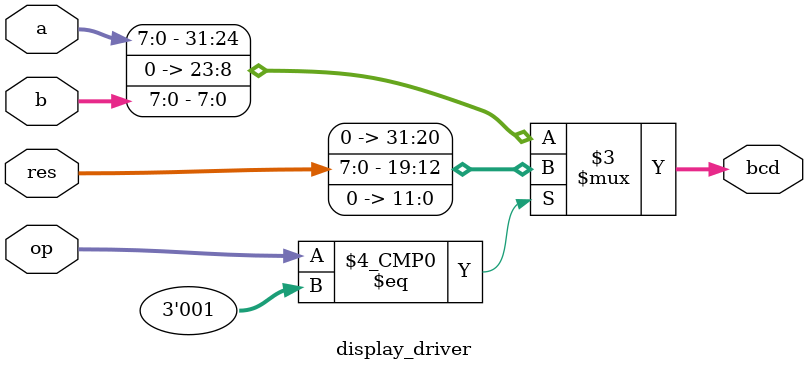
<source format=sv>
`timescale 1ns / 1ps


module display_driver(
	input logic [2:0]op,
	input logic [7:0]a,
	input logic [7:0]b,
	input logic [7:0]res,
	output logic [31:0]bcd
    );
    
    always_comb
    begin
    	case(op)
    		001: begin
    			bcd = {12'b0,res,12'b0}; //suma
    			end
    		010: begin
    			bcd = {a,16'b0,b}; //and
    			end
    		011: begin
    			bcd = {a,16'b0,b}; //or
    			end
    		100: begin
    			bcd = {12'b0,res,12'b0}; //resta
    			end
    		default: begin
    			bcd = {a,16'b0,b};
    			end
    	endcase
    end
endmodule

</source>
